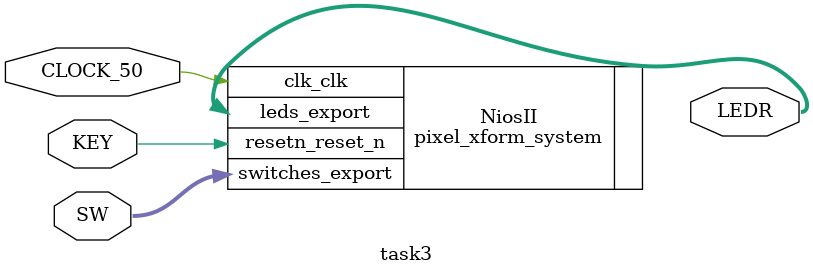
<source format=v>
module task3 (CLOCK_50, SW, KEY, LEDR);
    input CLOCK_50;
    input [7:0] SW;
    input [0:0] KEY;
    output [7:0] LEDR;

    pixel_xform_system NiosII (
        .clk_clk(CLOCK_50),.leds_export(LEDR), .resetn_reset_n(KEY),
        .switches_export(SW));
endmodule

</source>
